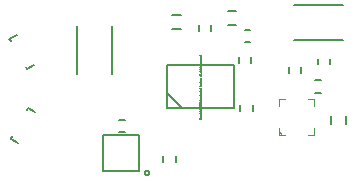
<source format=gbr>
G04 #@! TF.FileFunction,Legend,Top*
%FSLAX46Y46*%
G04 Gerber Fmt 4.6, Leading zero omitted, Abs format (unit mm)*
G04 Created by KiCad (PCBNEW 4.0.2-stable) date 2016-05-09 23:30:04*
%MOMM*%
G01*
G04 APERTURE LIST*
%ADD10C,0.020000*%
%ADD11C,0.099060*%
%ADD12C,0.203200*%
%ADD13C,0.150000*%
%ADD14C,0.152400*%
%ADD15C,0.002000*%
G04 APERTURE END LIST*
D10*
D11*
X63951400Y-171151400D02*
X64477180Y-171151400D01*
X66422820Y-171151400D02*
X66948600Y-171151400D01*
X66948600Y-171151400D02*
X66948600Y-171677180D01*
X66948600Y-173622820D02*
X66948600Y-174148600D01*
X63951400Y-174148600D02*
X64477180Y-174148600D01*
X66422820Y-174148600D02*
X66948600Y-174148600D01*
X63951400Y-171151400D02*
X63951400Y-171677180D01*
X63951400Y-173622820D02*
X63951400Y-174148600D01*
X63951400Y-173848880D02*
X64251120Y-174148600D01*
D12*
X53000000Y-177400000D02*
G75*
G03X53000000Y-177400000I-200000J0D01*
G01*
X51600000Y-177200000D02*
X52100000Y-177200000D01*
X52100000Y-177200000D02*
X52100000Y-176700000D01*
X51600000Y-177200000D02*
X49100000Y-177200000D01*
X52100000Y-176700000D02*
X52100000Y-174200000D01*
X52100000Y-174200000D02*
X49100000Y-174200000D01*
X49100000Y-174200000D02*
X49100000Y-177200000D01*
D13*
X61550000Y-165275000D02*
X61050000Y-165275000D01*
X61050000Y-166325000D02*
X61550000Y-166325000D01*
X55650000Y-165200000D02*
X54950000Y-165200000D01*
X54950000Y-164000000D02*
X55650000Y-164000000D01*
X64775000Y-168450000D02*
X64775000Y-168950000D01*
X65825000Y-168950000D02*
X65825000Y-168450000D01*
X59650000Y-163700000D02*
X60350000Y-163700000D01*
X60350000Y-164900000D02*
X59650000Y-164900000D01*
X61625000Y-168050000D02*
X61625000Y-167550000D01*
X60575000Y-167550000D02*
X60575000Y-168050000D01*
X55225000Y-176450000D02*
X55225000Y-175950000D01*
X54175000Y-175950000D02*
X54175000Y-176450000D01*
X50450000Y-173925000D02*
X50950000Y-173925000D01*
X50950000Y-172875000D02*
X50450000Y-172875000D01*
X61725000Y-172150000D02*
X61725000Y-171650000D01*
X60675000Y-171650000D02*
X60675000Y-172150000D01*
X68325000Y-168200000D02*
X68325000Y-167700000D01*
X67275000Y-167700000D02*
X67275000Y-168200000D01*
X67550000Y-169525000D02*
X67050000Y-169525000D01*
X67050000Y-170575000D02*
X67550000Y-170575000D01*
X69600000Y-172550000D02*
X69600000Y-173250000D01*
X68400000Y-173250000D02*
X68400000Y-172550000D01*
X58225000Y-165350000D02*
X58225000Y-164850000D01*
X57175000Y-164850000D02*
X57175000Y-165350000D01*
X49850000Y-164950000D02*
X49850000Y-169050000D01*
X46850000Y-164950000D02*
X46850000Y-169050000D01*
X65250000Y-163150000D02*
X69350000Y-163150000D01*
X65250000Y-166150000D02*
X69350000Y-166150000D01*
X42636456Y-172049774D02*
X42612326Y-172091569D01*
X41844084Y-174824282D02*
X41236966Y-174473762D01*
X41236966Y-174473762D02*
X41361426Y-174258191D01*
X42636456Y-172049774D02*
X42736786Y-171875998D01*
X42736786Y-171875998D02*
X43343904Y-172226518D01*
X41237296Y-166200014D02*
X41261426Y-166241809D01*
X43243904Y-168273482D02*
X42636786Y-168624002D01*
X42636786Y-168624002D02*
X42512326Y-168408431D01*
X41237296Y-166200014D02*
X41136966Y-166026238D01*
X41136966Y-166026238D02*
X41744084Y-165675718D01*
D14*
X55750600Y-171925000D02*
X54480600Y-170655000D01*
X60119400Y-171925000D02*
X60119400Y-168275000D01*
X60119400Y-168275000D02*
X54480600Y-168275000D01*
X54480600Y-168275000D02*
X54480600Y-171925000D01*
X54480600Y-171925000D02*
X60119400Y-171925000D01*
D15*
X57345357Y-172745833D02*
X57351405Y-172751881D01*
X57357452Y-172770024D01*
X57357452Y-172782119D01*
X57351405Y-172800262D01*
X57339310Y-172812357D01*
X57327214Y-172818405D01*
X57303024Y-172824453D01*
X57284881Y-172824453D01*
X57260690Y-172818405D01*
X57248595Y-172812357D01*
X57236500Y-172800262D01*
X57230452Y-172782119D01*
X57230452Y-172770024D01*
X57236500Y-172751881D01*
X57242548Y-172745833D01*
X57357452Y-172673262D02*
X57351405Y-172685357D01*
X57345357Y-172691405D01*
X57333262Y-172697453D01*
X57296976Y-172697453D01*
X57284881Y-172691405D01*
X57278833Y-172685357D01*
X57272786Y-172673262D01*
X57272786Y-172655119D01*
X57278833Y-172643024D01*
X57284881Y-172636976D01*
X57296976Y-172630929D01*
X57333262Y-172630929D01*
X57345357Y-172636976D01*
X57351405Y-172643024D01*
X57357452Y-172655119D01*
X57357452Y-172673262D01*
X57272786Y-172576500D02*
X57399786Y-172576500D01*
X57278833Y-172576500D02*
X57272786Y-172564405D01*
X57272786Y-172540214D01*
X57278833Y-172528119D01*
X57284881Y-172522071D01*
X57296976Y-172516024D01*
X57333262Y-172516024D01*
X57345357Y-172522071D01*
X57351405Y-172528119D01*
X57357452Y-172540214D01*
X57357452Y-172564405D01*
X57351405Y-172576500D01*
X57272786Y-172473690D02*
X57357452Y-172443452D01*
X57272786Y-172413214D02*
X57357452Y-172443452D01*
X57387690Y-172455547D01*
X57393738Y-172461595D01*
X57399786Y-172473690D01*
X57357452Y-172364833D02*
X57272786Y-172364833D01*
X57296976Y-172364833D02*
X57284881Y-172358785D01*
X57278833Y-172352738D01*
X57272786Y-172340642D01*
X57272786Y-172328547D01*
X57357452Y-172286214D02*
X57272786Y-172286214D01*
X57230452Y-172286214D02*
X57236500Y-172292262D01*
X57242548Y-172286214D01*
X57236500Y-172280166D01*
X57230452Y-172286214D01*
X57242548Y-172286214D01*
X57272786Y-172171309D02*
X57375595Y-172171309D01*
X57387690Y-172177357D01*
X57393738Y-172183405D01*
X57399786Y-172195500D01*
X57399786Y-172213643D01*
X57393738Y-172225738D01*
X57351405Y-172171309D02*
X57357452Y-172183405D01*
X57357452Y-172207595D01*
X57351405Y-172219690D01*
X57345357Y-172225738D01*
X57333262Y-172231786D01*
X57296976Y-172231786D01*
X57284881Y-172225738D01*
X57278833Y-172219690D01*
X57272786Y-172207595D01*
X57272786Y-172183405D01*
X57278833Y-172171309D01*
X57357452Y-172110833D02*
X57230452Y-172110833D01*
X57357452Y-172056404D02*
X57290929Y-172056404D01*
X57278833Y-172062452D01*
X57272786Y-172074547D01*
X57272786Y-172092690D01*
X57278833Y-172104785D01*
X57284881Y-172110833D01*
X57272786Y-172014071D02*
X57272786Y-171965690D01*
X57230452Y-171995928D02*
X57339310Y-171995928D01*
X57351405Y-171989880D01*
X57357452Y-171977785D01*
X57357452Y-171965690D01*
X57242548Y-171832643D02*
X57236500Y-171826595D01*
X57230452Y-171814500D01*
X57230452Y-171784262D01*
X57236500Y-171772166D01*
X57242548Y-171766119D01*
X57254643Y-171760071D01*
X57266738Y-171760071D01*
X57284881Y-171766119D01*
X57357452Y-171838690D01*
X57357452Y-171760071D01*
X57230452Y-171681452D02*
X57230452Y-171669357D01*
X57236500Y-171657262D01*
X57242548Y-171651214D01*
X57254643Y-171645167D01*
X57278833Y-171639119D01*
X57309071Y-171639119D01*
X57333262Y-171645167D01*
X57345357Y-171651214D01*
X57351405Y-171657262D01*
X57357452Y-171669357D01*
X57357452Y-171681452D01*
X57351405Y-171693548D01*
X57345357Y-171699595D01*
X57333262Y-171705643D01*
X57309071Y-171711691D01*
X57278833Y-171711691D01*
X57254643Y-171705643D01*
X57242548Y-171699595D01*
X57236500Y-171693548D01*
X57230452Y-171681452D01*
X57357452Y-171518167D02*
X57357452Y-171590739D01*
X57357452Y-171554453D02*
X57230452Y-171554453D01*
X57248595Y-171566548D01*
X57260690Y-171578643D01*
X57266738Y-171590739D01*
X57230452Y-171409310D02*
X57230452Y-171433501D01*
X57236500Y-171445596D01*
X57242548Y-171451644D01*
X57260690Y-171463739D01*
X57284881Y-171469787D01*
X57333262Y-171469787D01*
X57345357Y-171463739D01*
X57351405Y-171457691D01*
X57357452Y-171445596D01*
X57357452Y-171421406D01*
X57351405Y-171409310D01*
X57345357Y-171403263D01*
X57333262Y-171397215D01*
X57303024Y-171397215D01*
X57290929Y-171403263D01*
X57284881Y-171409310D01*
X57278833Y-171421406D01*
X57278833Y-171445596D01*
X57284881Y-171457691D01*
X57290929Y-171463739D01*
X57303024Y-171469787D01*
X57321167Y-171252073D02*
X57321167Y-171191596D01*
X57357452Y-171264168D02*
X57230452Y-171221834D01*
X57357452Y-171179501D01*
X57351405Y-171082739D02*
X57357452Y-171094835D01*
X57357452Y-171119025D01*
X57351405Y-171131120D01*
X57345357Y-171137168D01*
X57333262Y-171143216D01*
X57296976Y-171143216D01*
X57284881Y-171137168D01*
X57278833Y-171131120D01*
X57272786Y-171119025D01*
X57272786Y-171094835D01*
X57278833Y-171082739D01*
X57351405Y-170973882D02*
X57357452Y-170985978D01*
X57357452Y-171010168D01*
X57351405Y-171022263D01*
X57345357Y-171028311D01*
X57333262Y-171034359D01*
X57296976Y-171034359D01*
X57284881Y-171028311D01*
X57278833Y-171022263D01*
X57272786Y-171010168D01*
X57272786Y-170985978D01*
X57278833Y-170973882D01*
X57351405Y-170871073D02*
X57357452Y-170883168D01*
X57357452Y-170907359D01*
X57351405Y-170919454D01*
X57339310Y-170925502D01*
X57290929Y-170925502D01*
X57278833Y-170919454D01*
X57272786Y-170907359D01*
X57272786Y-170883168D01*
X57278833Y-170871073D01*
X57290929Y-170865025D01*
X57303024Y-170865025D01*
X57315119Y-170925502D01*
X57357452Y-170792454D02*
X57351405Y-170804549D01*
X57339310Y-170810597D01*
X57230452Y-170810597D01*
X57351405Y-170695692D02*
X57357452Y-170707787D01*
X57357452Y-170731978D01*
X57351405Y-170744073D01*
X57339310Y-170750121D01*
X57290929Y-170750121D01*
X57278833Y-170744073D01*
X57272786Y-170731978D01*
X57272786Y-170707787D01*
X57278833Y-170695692D01*
X57290929Y-170689644D01*
X57303024Y-170689644D01*
X57315119Y-170750121D01*
X57357452Y-170635216D02*
X57272786Y-170635216D01*
X57296976Y-170635216D02*
X57284881Y-170629168D01*
X57278833Y-170623121D01*
X57272786Y-170611025D01*
X57272786Y-170598930D01*
X57357452Y-170502168D02*
X57290929Y-170502168D01*
X57278833Y-170508216D01*
X57272786Y-170520311D01*
X57272786Y-170544502D01*
X57278833Y-170556597D01*
X57351405Y-170502168D02*
X57357452Y-170514264D01*
X57357452Y-170544502D01*
X57351405Y-170556597D01*
X57339310Y-170562645D01*
X57327214Y-170562645D01*
X57315119Y-170556597D01*
X57309071Y-170544502D01*
X57309071Y-170514264D01*
X57303024Y-170502168D01*
X57272786Y-170459835D02*
X57272786Y-170411454D01*
X57230452Y-170441692D02*
X57339310Y-170441692D01*
X57351405Y-170435644D01*
X57357452Y-170423549D01*
X57357452Y-170411454D01*
X57351405Y-170320740D02*
X57357452Y-170332835D01*
X57357452Y-170357026D01*
X57351405Y-170369121D01*
X57339310Y-170375169D01*
X57290929Y-170375169D01*
X57278833Y-170369121D01*
X57272786Y-170357026D01*
X57272786Y-170332835D01*
X57278833Y-170320740D01*
X57290929Y-170314692D01*
X57303024Y-170314692D01*
X57315119Y-170375169D01*
X57357452Y-170205835D02*
X57230452Y-170205835D01*
X57351405Y-170205835D02*
X57357452Y-170217931D01*
X57357452Y-170242121D01*
X57351405Y-170254216D01*
X57345357Y-170260264D01*
X57333262Y-170266312D01*
X57296976Y-170266312D01*
X57284881Y-170260264D01*
X57278833Y-170254216D01*
X57272786Y-170242121D01*
X57272786Y-170217931D01*
X57278833Y-170205835D01*
X57357452Y-170048597D02*
X57230452Y-170048597D01*
X57230452Y-170018359D01*
X57236500Y-170000216D01*
X57248595Y-169988121D01*
X57260690Y-169982073D01*
X57284881Y-169976025D01*
X57303024Y-169976025D01*
X57327214Y-169982073D01*
X57339310Y-169988121D01*
X57351405Y-170000216D01*
X57357452Y-170018359D01*
X57357452Y-170048597D01*
X57351405Y-169873216D02*
X57357452Y-169885311D01*
X57357452Y-169909502D01*
X57351405Y-169921597D01*
X57339310Y-169927645D01*
X57290929Y-169927645D01*
X57278833Y-169921597D01*
X57272786Y-169909502D01*
X57272786Y-169885311D01*
X57278833Y-169873216D01*
X57290929Y-169867168D01*
X57303024Y-169867168D01*
X57315119Y-169927645D01*
X57351405Y-169818788D02*
X57357452Y-169806692D01*
X57357452Y-169782502D01*
X57351405Y-169770407D01*
X57339310Y-169764359D01*
X57333262Y-169764359D01*
X57321167Y-169770407D01*
X57315119Y-169782502D01*
X57315119Y-169800645D01*
X57309071Y-169812740D01*
X57296976Y-169818788D01*
X57290929Y-169818788D01*
X57278833Y-169812740D01*
X57272786Y-169800645D01*
X57272786Y-169782502D01*
X57278833Y-169770407D01*
X57357452Y-169709930D02*
X57272786Y-169709930D01*
X57230452Y-169709930D02*
X57236500Y-169715978D01*
X57242548Y-169709930D01*
X57236500Y-169703882D01*
X57230452Y-169709930D01*
X57242548Y-169709930D01*
X57272786Y-169595025D02*
X57375595Y-169595025D01*
X57387690Y-169601073D01*
X57393738Y-169607121D01*
X57399786Y-169619216D01*
X57399786Y-169637359D01*
X57393738Y-169649454D01*
X57351405Y-169595025D02*
X57357452Y-169607121D01*
X57357452Y-169631311D01*
X57351405Y-169643406D01*
X57345357Y-169649454D01*
X57333262Y-169655502D01*
X57296976Y-169655502D01*
X57284881Y-169649454D01*
X57278833Y-169643406D01*
X57272786Y-169631311D01*
X57272786Y-169607121D01*
X57278833Y-169595025D01*
X57272786Y-169534549D02*
X57357452Y-169534549D01*
X57284881Y-169534549D02*
X57278833Y-169528501D01*
X57272786Y-169516406D01*
X57272786Y-169498263D01*
X57278833Y-169486168D01*
X57290929Y-169480120D01*
X57357452Y-169480120D01*
X57351405Y-169425692D02*
X57357452Y-169413596D01*
X57357452Y-169389406D01*
X57351405Y-169377311D01*
X57339310Y-169371263D01*
X57333262Y-169371263D01*
X57321167Y-169377311D01*
X57315119Y-169389406D01*
X57315119Y-169407549D01*
X57309071Y-169419644D01*
X57296976Y-169425692D01*
X57290929Y-169425692D01*
X57278833Y-169419644D01*
X57272786Y-169407549D01*
X57272786Y-169389406D01*
X57278833Y-169377311D01*
X57345357Y-169316834D02*
X57351405Y-169310786D01*
X57357452Y-169316834D01*
X57351405Y-169322882D01*
X57345357Y-169316834D01*
X57357452Y-169316834D01*
X57321167Y-169165644D02*
X57321167Y-169105167D01*
X57357452Y-169177739D02*
X57230452Y-169135405D01*
X57357452Y-169093072D01*
X57357452Y-169032596D02*
X57351405Y-169044691D01*
X57339310Y-169050739D01*
X57230452Y-169050739D01*
X57357452Y-168966072D02*
X57351405Y-168978167D01*
X57339310Y-168984215D01*
X57230452Y-168984215D01*
X57357452Y-168820929D02*
X57272786Y-168820929D01*
X57296976Y-168820929D02*
X57284881Y-168814881D01*
X57278833Y-168808834D01*
X57272786Y-168796738D01*
X57272786Y-168784643D01*
X57357452Y-168742310D02*
X57272786Y-168742310D01*
X57230452Y-168742310D02*
X57236500Y-168748358D01*
X57242548Y-168742310D01*
X57236500Y-168736262D01*
X57230452Y-168742310D01*
X57242548Y-168742310D01*
X57272786Y-168627405D02*
X57375595Y-168627405D01*
X57387690Y-168633453D01*
X57393738Y-168639501D01*
X57399786Y-168651596D01*
X57399786Y-168669739D01*
X57393738Y-168681834D01*
X57351405Y-168627405D02*
X57357452Y-168639501D01*
X57357452Y-168663691D01*
X57351405Y-168675786D01*
X57345357Y-168681834D01*
X57333262Y-168687882D01*
X57296976Y-168687882D01*
X57284881Y-168681834D01*
X57278833Y-168675786D01*
X57272786Y-168663691D01*
X57272786Y-168639501D01*
X57278833Y-168627405D01*
X57357452Y-168566929D02*
X57230452Y-168566929D01*
X57357452Y-168512500D02*
X57290929Y-168512500D01*
X57278833Y-168518548D01*
X57272786Y-168530643D01*
X57272786Y-168548786D01*
X57278833Y-168560881D01*
X57284881Y-168566929D01*
X57272786Y-168470167D02*
X57272786Y-168421786D01*
X57230452Y-168452024D02*
X57339310Y-168452024D01*
X57351405Y-168445976D01*
X57357452Y-168433881D01*
X57357452Y-168421786D01*
X57351405Y-168385501D02*
X57357452Y-168373405D01*
X57357452Y-168349215D01*
X57351405Y-168337120D01*
X57339310Y-168331072D01*
X57333262Y-168331072D01*
X57321167Y-168337120D01*
X57315119Y-168349215D01*
X57315119Y-168367358D01*
X57309071Y-168379453D01*
X57296976Y-168385501D01*
X57290929Y-168385501D01*
X57278833Y-168379453D01*
X57272786Y-168367358D01*
X57272786Y-168349215D01*
X57278833Y-168337120D01*
X57357452Y-168179881D02*
X57272786Y-168179881D01*
X57296976Y-168179881D02*
X57284881Y-168173833D01*
X57278833Y-168167786D01*
X57272786Y-168155690D01*
X57272786Y-168143595D01*
X57351405Y-168052881D02*
X57357452Y-168064976D01*
X57357452Y-168089167D01*
X57351405Y-168101262D01*
X57339310Y-168107310D01*
X57290929Y-168107310D01*
X57278833Y-168101262D01*
X57272786Y-168089167D01*
X57272786Y-168064976D01*
X57278833Y-168052881D01*
X57290929Y-168046833D01*
X57303024Y-168046833D01*
X57315119Y-168107310D01*
X57351405Y-167998453D02*
X57357452Y-167986357D01*
X57357452Y-167962167D01*
X57351405Y-167950072D01*
X57339310Y-167944024D01*
X57333262Y-167944024D01*
X57321167Y-167950072D01*
X57315119Y-167962167D01*
X57315119Y-167980310D01*
X57309071Y-167992405D01*
X57296976Y-167998453D01*
X57290929Y-167998453D01*
X57278833Y-167992405D01*
X57272786Y-167980310D01*
X57272786Y-167962167D01*
X57278833Y-167950072D01*
X57351405Y-167841214D02*
X57357452Y-167853309D01*
X57357452Y-167877500D01*
X57351405Y-167889595D01*
X57339310Y-167895643D01*
X57290929Y-167895643D01*
X57278833Y-167889595D01*
X57272786Y-167877500D01*
X57272786Y-167853309D01*
X57278833Y-167841214D01*
X57290929Y-167835166D01*
X57303024Y-167835166D01*
X57315119Y-167895643D01*
X57357452Y-167780738D02*
X57272786Y-167780738D01*
X57296976Y-167780738D02*
X57284881Y-167774690D01*
X57278833Y-167768643D01*
X57272786Y-167756547D01*
X57272786Y-167744452D01*
X57272786Y-167714214D02*
X57357452Y-167683976D01*
X57272786Y-167653738D01*
X57351405Y-167556976D02*
X57357452Y-167569071D01*
X57357452Y-167593262D01*
X57351405Y-167605357D01*
X57339310Y-167611405D01*
X57290929Y-167611405D01*
X57278833Y-167605357D01*
X57272786Y-167593262D01*
X57272786Y-167569071D01*
X57278833Y-167556976D01*
X57290929Y-167550928D01*
X57303024Y-167550928D01*
X57315119Y-167611405D01*
X57357452Y-167442071D02*
X57230452Y-167442071D01*
X57351405Y-167442071D02*
X57357452Y-167454167D01*
X57357452Y-167478357D01*
X57351405Y-167490452D01*
X57345357Y-167496500D01*
X57333262Y-167502548D01*
X57296976Y-167502548D01*
X57284881Y-167496500D01*
X57278833Y-167490452D01*
X57272786Y-167478357D01*
X57272786Y-167454167D01*
X57278833Y-167442071D01*
X57345357Y-167381595D02*
X57351405Y-167375547D01*
X57357452Y-167381595D01*
X57351405Y-167387643D01*
X57345357Y-167381595D01*
X57357452Y-167381595D01*
M02*

</source>
